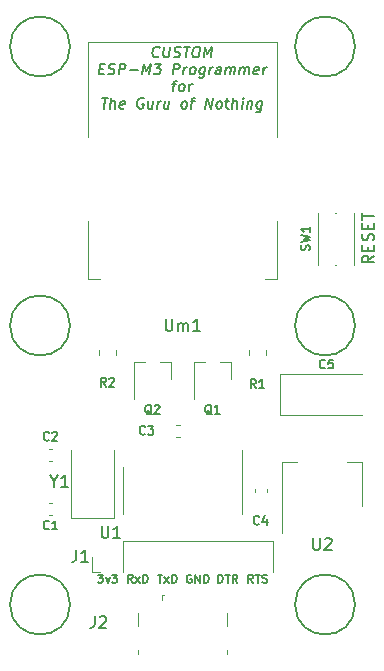
<source format=gbr>
%TF.GenerationSoftware,KiCad,Pcbnew,6.0.1+dfsg-1*%
%TF.CreationDate,2022-09-02T19:09:09-04:00*%
%TF.ProjectId,CH340-testing,43483334-302d-4746-9573-74696e672e6b,rev?*%
%TF.SameCoordinates,Original*%
%TF.FileFunction,Legend,Top*%
%TF.FilePolarity,Positive*%
%FSLAX46Y46*%
G04 Gerber Fmt 4.6, Leading zero omitted, Abs format (unit mm)*
G04 Created by KiCad (PCBNEW 6.0.1+dfsg-1) date 2022-09-02 19:09:09*
%MOMM*%
%LPD*%
G01*
G04 APERTURE LIST*
%ADD10C,0.150000*%
%ADD11C,0.120000*%
G04 APERTURE END LIST*
D10*
X164605000Y-113970000D02*
G75*
G03*
X164605000Y-113970000I-2540000J0D01*
G01*
X164605000Y-90348000D02*
G75*
G03*
X164605000Y-90348000I-2540000J0D01*
G01*
X140475000Y-113970000D02*
G75*
G03*
X140475000Y-113970000I-2540000J0D01*
G01*
X140475000Y-137592000D02*
G75*
G03*
X140475000Y-137592000I-2540000J0D01*
G01*
X164605000Y-137592000D02*
G75*
G03*
X164605000Y-137592000I-2540000J0D01*
G01*
X140475000Y-90348000D02*
G75*
G03*
X140475000Y-90348000I-2540000J0D01*
G01*
X166200380Y-108056380D02*
X165724190Y-108389714D01*
X166200380Y-108627809D02*
X165200380Y-108627809D01*
X165200380Y-108246857D01*
X165248000Y-108151619D01*
X165295619Y-108104000D01*
X165390857Y-108056380D01*
X165533714Y-108056380D01*
X165628952Y-108104000D01*
X165676571Y-108151619D01*
X165724190Y-108246857D01*
X165724190Y-108627809D01*
X165676571Y-107627809D02*
X165676571Y-107294476D01*
X166200380Y-107151619D02*
X166200380Y-107627809D01*
X165200380Y-107627809D01*
X165200380Y-107151619D01*
X166152761Y-106770666D02*
X166200380Y-106627809D01*
X166200380Y-106389714D01*
X166152761Y-106294476D01*
X166105142Y-106246857D01*
X166009904Y-106199238D01*
X165914666Y-106199238D01*
X165819428Y-106246857D01*
X165771809Y-106294476D01*
X165724190Y-106389714D01*
X165676571Y-106580190D01*
X165628952Y-106675428D01*
X165581333Y-106723047D01*
X165486095Y-106770666D01*
X165390857Y-106770666D01*
X165295619Y-106723047D01*
X165248000Y-106675428D01*
X165200380Y-106580190D01*
X165200380Y-106342095D01*
X165248000Y-106199238D01*
X165676571Y-105770666D02*
X165676571Y-105437333D01*
X166200380Y-105294476D02*
X166200380Y-105770666D01*
X165200380Y-105770666D01*
X165200380Y-105294476D01*
X165200380Y-105008761D02*
X165200380Y-104437333D01*
X166200380Y-104723047D02*
X165200380Y-104723047D01*
X155966666Y-135749666D02*
X155733333Y-135416333D01*
X155566666Y-135749666D02*
X155566666Y-135049666D01*
X155833333Y-135049666D01*
X155900000Y-135083000D01*
X155933333Y-135116333D01*
X155966666Y-135183000D01*
X155966666Y-135283000D01*
X155933333Y-135349666D01*
X155900000Y-135383000D01*
X155833333Y-135416333D01*
X155566666Y-135416333D01*
X156166666Y-135049666D02*
X156566666Y-135049666D01*
X156366666Y-135749666D02*
X156366666Y-135049666D01*
X156766666Y-135716333D02*
X156866666Y-135749666D01*
X157033333Y-135749666D01*
X157100000Y-135716333D01*
X157133333Y-135683000D01*
X157166666Y-135616333D01*
X157166666Y-135549666D01*
X157133333Y-135483000D01*
X157100000Y-135449666D01*
X157033333Y-135416333D01*
X156900000Y-135383000D01*
X156833333Y-135349666D01*
X156800000Y-135316333D01*
X156766666Y-135249666D01*
X156766666Y-135183000D01*
X156800000Y-135116333D01*
X156833333Y-135083000D01*
X156900000Y-135049666D01*
X157066666Y-135049666D01*
X157166666Y-135083000D01*
X142816666Y-135049666D02*
X143250000Y-135049666D01*
X143016666Y-135316333D01*
X143116666Y-135316333D01*
X143183333Y-135349666D01*
X143216666Y-135383000D01*
X143250000Y-135449666D01*
X143250000Y-135616333D01*
X143216666Y-135683000D01*
X143183333Y-135716333D01*
X143116666Y-135749666D01*
X142916666Y-135749666D01*
X142850000Y-135716333D01*
X142816666Y-135683000D01*
X143483333Y-135283000D02*
X143650000Y-135749666D01*
X143816666Y-135283000D01*
X144016666Y-135049666D02*
X144450000Y-135049666D01*
X144216666Y-135316333D01*
X144316666Y-135316333D01*
X144383333Y-135349666D01*
X144416666Y-135383000D01*
X144450000Y-135449666D01*
X144450000Y-135616333D01*
X144416666Y-135683000D01*
X144383333Y-135716333D01*
X144316666Y-135749666D01*
X144116666Y-135749666D01*
X144050000Y-135716333D01*
X144016666Y-135683000D01*
X150736666Y-135083000D02*
X150670000Y-135049666D01*
X150570000Y-135049666D01*
X150470000Y-135083000D01*
X150403333Y-135149666D01*
X150370000Y-135216333D01*
X150336666Y-135349666D01*
X150336666Y-135449666D01*
X150370000Y-135583000D01*
X150403333Y-135649666D01*
X150470000Y-135716333D01*
X150570000Y-135749666D01*
X150636666Y-135749666D01*
X150736666Y-135716333D01*
X150770000Y-135683000D01*
X150770000Y-135449666D01*
X150636666Y-135449666D01*
X151070000Y-135749666D02*
X151070000Y-135049666D01*
X151470000Y-135749666D01*
X151470000Y-135049666D01*
X151803333Y-135749666D02*
X151803333Y-135049666D01*
X151970000Y-135049666D01*
X152070000Y-135083000D01*
X152136666Y-135149666D01*
X152170000Y-135216333D01*
X152203333Y-135349666D01*
X152203333Y-135449666D01*
X152170000Y-135583000D01*
X152136666Y-135649666D01*
X152070000Y-135716333D01*
X151970000Y-135749666D01*
X151803333Y-135749666D01*
X145773333Y-135749666D02*
X145540000Y-135416333D01*
X145373333Y-135749666D02*
X145373333Y-135049666D01*
X145640000Y-135049666D01*
X145706666Y-135083000D01*
X145740000Y-135116333D01*
X145773333Y-135183000D01*
X145773333Y-135283000D01*
X145740000Y-135349666D01*
X145706666Y-135383000D01*
X145640000Y-135416333D01*
X145373333Y-135416333D01*
X146006666Y-135749666D02*
X146373333Y-135283000D01*
X146006666Y-135283000D02*
X146373333Y-135749666D01*
X146640000Y-135749666D02*
X146640000Y-135049666D01*
X146806666Y-135049666D01*
X146906666Y-135083000D01*
X146973333Y-135149666D01*
X147006666Y-135216333D01*
X147040000Y-135349666D01*
X147040000Y-135449666D01*
X147006666Y-135583000D01*
X146973333Y-135649666D01*
X146906666Y-135716333D01*
X146806666Y-135749666D01*
X146640000Y-135749666D01*
X147975508Y-91162928D02*
X147927294Y-91205785D01*
X147793366Y-91248642D01*
X147707651Y-91248642D01*
X147584437Y-91205785D01*
X147509437Y-91120071D01*
X147477294Y-91034357D01*
X147455866Y-90862928D01*
X147471937Y-90734357D01*
X147536223Y-90562928D01*
X147589794Y-90477214D01*
X147686223Y-90391500D01*
X147820151Y-90348642D01*
X147905866Y-90348642D01*
X148029080Y-90391500D01*
X148066580Y-90434357D01*
X148463008Y-90348642D02*
X148371937Y-91077214D01*
X148404080Y-91162928D01*
X148441580Y-91205785D01*
X148521937Y-91248642D01*
X148693366Y-91248642D01*
X148784437Y-91205785D01*
X148832651Y-91162928D01*
X148886223Y-91077214D01*
X148977294Y-90348642D01*
X149255866Y-91205785D02*
X149379080Y-91248642D01*
X149593366Y-91248642D01*
X149684437Y-91205785D01*
X149732651Y-91162928D01*
X149786223Y-91077214D01*
X149796937Y-90991500D01*
X149764794Y-90905785D01*
X149727294Y-90862928D01*
X149646937Y-90820071D01*
X149480866Y-90777214D01*
X149400508Y-90734357D01*
X149363008Y-90691500D01*
X149330866Y-90605785D01*
X149341580Y-90520071D01*
X149395151Y-90434357D01*
X149443366Y-90391500D01*
X149534437Y-90348642D01*
X149748723Y-90348642D01*
X149871937Y-90391500D01*
X150134437Y-90348642D02*
X150648723Y-90348642D01*
X150279080Y-91248642D02*
X150391580Y-90348642D01*
X151120151Y-90348642D02*
X151291580Y-90348642D01*
X151371937Y-90391500D01*
X151446937Y-90477214D01*
X151468366Y-90648642D01*
X151430866Y-90948642D01*
X151366580Y-91120071D01*
X151270151Y-91205785D01*
X151179080Y-91248642D01*
X151007651Y-91248642D01*
X150927294Y-91205785D01*
X150852294Y-91120071D01*
X150830866Y-90948642D01*
X150868366Y-90648642D01*
X150932651Y-90477214D01*
X151029080Y-90391500D01*
X151120151Y-90348642D01*
X151779080Y-91248642D02*
X151891580Y-90348642D01*
X152111223Y-90991500D01*
X152491580Y-90348642D01*
X152379080Y-91248642D01*
X142966580Y-92226214D02*
X143266580Y-92226214D01*
X143336223Y-92697642D02*
X142907651Y-92697642D01*
X143020151Y-91797642D01*
X143448723Y-91797642D01*
X143684437Y-92654785D02*
X143807651Y-92697642D01*
X144021937Y-92697642D01*
X144113008Y-92654785D01*
X144161223Y-92611928D01*
X144214794Y-92526214D01*
X144225508Y-92440500D01*
X144193366Y-92354785D01*
X144155866Y-92311928D01*
X144075508Y-92269071D01*
X143909437Y-92226214D01*
X143829080Y-92183357D01*
X143791580Y-92140500D01*
X143759437Y-92054785D01*
X143770151Y-91969071D01*
X143823723Y-91883357D01*
X143871937Y-91840500D01*
X143963008Y-91797642D01*
X144177294Y-91797642D01*
X144300508Y-91840500D01*
X144579080Y-92697642D02*
X144691580Y-91797642D01*
X145034437Y-91797642D01*
X145114794Y-91840500D01*
X145152294Y-91883357D01*
X145184437Y-91969071D01*
X145168366Y-92097642D01*
X145114794Y-92183357D01*
X145066580Y-92226214D01*
X144975508Y-92269071D01*
X144632651Y-92269071D01*
X145521937Y-92354785D02*
X146207651Y-92354785D01*
X146593366Y-92697642D02*
X146705866Y-91797642D01*
X146925508Y-92440500D01*
X147305866Y-91797642D01*
X147193366Y-92697642D01*
X147648723Y-91797642D02*
X148205866Y-91797642D01*
X147863008Y-92140500D01*
X147991580Y-92140500D01*
X148071937Y-92183357D01*
X148109437Y-92226214D01*
X148141580Y-92311928D01*
X148114794Y-92526214D01*
X148061223Y-92611928D01*
X148013008Y-92654785D01*
X147921937Y-92697642D01*
X147664794Y-92697642D01*
X147584437Y-92654785D01*
X147546937Y-92611928D01*
X149164794Y-92697642D02*
X149277294Y-91797642D01*
X149620151Y-91797642D01*
X149700508Y-91840500D01*
X149738008Y-91883357D01*
X149770151Y-91969071D01*
X149754080Y-92097642D01*
X149700508Y-92183357D01*
X149652294Y-92226214D01*
X149561223Y-92269071D01*
X149218366Y-92269071D01*
X150064794Y-92697642D02*
X150139794Y-92097642D01*
X150118366Y-92269071D02*
X150171937Y-92183357D01*
X150220151Y-92140500D01*
X150311223Y-92097642D01*
X150396937Y-92097642D01*
X150750508Y-92697642D02*
X150670151Y-92654785D01*
X150632651Y-92611928D01*
X150600508Y-92526214D01*
X150632651Y-92269071D01*
X150686223Y-92183357D01*
X150734437Y-92140500D01*
X150825508Y-92097642D01*
X150954080Y-92097642D01*
X151034437Y-92140500D01*
X151071937Y-92183357D01*
X151104080Y-92269071D01*
X151071937Y-92526214D01*
X151018366Y-92611928D01*
X150970151Y-92654785D01*
X150879080Y-92697642D01*
X150750508Y-92697642D01*
X151896937Y-92097642D02*
X151805866Y-92826214D01*
X151752294Y-92911928D01*
X151704080Y-92954785D01*
X151613008Y-92997642D01*
X151484437Y-92997642D01*
X151404080Y-92954785D01*
X151827294Y-92654785D02*
X151736223Y-92697642D01*
X151564794Y-92697642D01*
X151484437Y-92654785D01*
X151446937Y-92611928D01*
X151414794Y-92526214D01*
X151446937Y-92269071D01*
X151500508Y-92183357D01*
X151548723Y-92140500D01*
X151639794Y-92097642D01*
X151811223Y-92097642D01*
X151891580Y-92140500D01*
X152250508Y-92697642D02*
X152325508Y-92097642D01*
X152304080Y-92269071D02*
X152357651Y-92183357D01*
X152405866Y-92140500D01*
X152496937Y-92097642D01*
X152582651Y-92097642D01*
X153193366Y-92697642D02*
X153252294Y-92226214D01*
X153220151Y-92140500D01*
X153139794Y-92097642D01*
X152968366Y-92097642D01*
X152877294Y-92140500D01*
X153198723Y-92654785D02*
X153107651Y-92697642D01*
X152893366Y-92697642D01*
X152813008Y-92654785D01*
X152780866Y-92569071D01*
X152791580Y-92483357D01*
X152845151Y-92397642D01*
X152936223Y-92354785D01*
X153150508Y-92354785D01*
X153241580Y-92311928D01*
X153621937Y-92697642D02*
X153696937Y-92097642D01*
X153686223Y-92183357D02*
X153734437Y-92140500D01*
X153825508Y-92097642D01*
X153954080Y-92097642D01*
X154034437Y-92140500D01*
X154066580Y-92226214D01*
X154007651Y-92697642D01*
X154066580Y-92226214D02*
X154120151Y-92140500D01*
X154211223Y-92097642D01*
X154339794Y-92097642D01*
X154420151Y-92140500D01*
X154452294Y-92226214D01*
X154393366Y-92697642D01*
X154821937Y-92697642D02*
X154896937Y-92097642D01*
X154886223Y-92183357D02*
X154934437Y-92140500D01*
X155025508Y-92097642D01*
X155154080Y-92097642D01*
X155234437Y-92140500D01*
X155266580Y-92226214D01*
X155207651Y-92697642D01*
X155266580Y-92226214D02*
X155320151Y-92140500D01*
X155411223Y-92097642D01*
X155539794Y-92097642D01*
X155620151Y-92140500D01*
X155652294Y-92226214D01*
X155593366Y-92697642D01*
X156370151Y-92654785D02*
X156279080Y-92697642D01*
X156107651Y-92697642D01*
X156027294Y-92654785D01*
X155995151Y-92569071D01*
X156038008Y-92226214D01*
X156091580Y-92140500D01*
X156182651Y-92097642D01*
X156354080Y-92097642D01*
X156434437Y-92140500D01*
X156466580Y-92226214D01*
X156455866Y-92311928D01*
X156016580Y-92397642D01*
X156793366Y-92697642D02*
X156868366Y-92097642D01*
X156846937Y-92269071D02*
X156900508Y-92183357D01*
X156948723Y-92140500D01*
X157039794Y-92097642D01*
X157125508Y-92097642D01*
X149132651Y-93546642D02*
X149475508Y-93546642D01*
X149186223Y-94146642D02*
X149282651Y-93375214D01*
X149336223Y-93289500D01*
X149427294Y-93246642D01*
X149513008Y-93246642D01*
X149829080Y-94146642D02*
X149748723Y-94103785D01*
X149711223Y-94060928D01*
X149679080Y-93975214D01*
X149711223Y-93718071D01*
X149764794Y-93632357D01*
X149813008Y-93589500D01*
X149904080Y-93546642D01*
X150032651Y-93546642D01*
X150113008Y-93589500D01*
X150150508Y-93632357D01*
X150182651Y-93718071D01*
X150150508Y-93975214D01*
X150096937Y-94060928D01*
X150048723Y-94103785D01*
X149957651Y-94146642D01*
X149829080Y-94146642D01*
X150514794Y-94146642D02*
X150589794Y-93546642D01*
X150568366Y-93718071D02*
X150621937Y-93632357D01*
X150670151Y-93589500D01*
X150761223Y-93546642D01*
X150846937Y-93546642D01*
X143170151Y-94695642D02*
X143684437Y-94695642D01*
X143314794Y-95595642D02*
X143427294Y-94695642D01*
X143871937Y-95595642D02*
X143984437Y-94695642D01*
X144257651Y-95595642D02*
X144316580Y-95124214D01*
X144284437Y-95038500D01*
X144204080Y-94995642D01*
X144075508Y-94995642D01*
X143984437Y-95038500D01*
X143936223Y-95081357D01*
X145034437Y-95552785D02*
X144943366Y-95595642D01*
X144771937Y-95595642D01*
X144691580Y-95552785D01*
X144659437Y-95467071D01*
X144702294Y-95124214D01*
X144755866Y-95038500D01*
X144846937Y-94995642D01*
X145018366Y-94995642D01*
X145098723Y-95038500D01*
X145130866Y-95124214D01*
X145120151Y-95209928D01*
X144680866Y-95295642D01*
X146721937Y-94738500D02*
X146641580Y-94695642D01*
X146513008Y-94695642D01*
X146379080Y-94738500D01*
X146282651Y-94824214D01*
X146229080Y-94909928D01*
X146164794Y-95081357D01*
X146148723Y-95209928D01*
X146170151Y-95381357D01*
X146202294Y-95467071D01*
X146277294Y-95552785D01*
X146400508Y-95595642D01*
X146486223Y-95595642D01*
X146620151Y-95552785D01*
X146668366Y-95509928D01*
X146705866Y-95209928D01*
X146534437Y-95209928D01*
X147504080Y-94995642D02*
X147429080Y-95595642D01*
X147118366Y-94995642D02*
X147059437Y-95467071D01*
X147091580Y-95552785D01*
X147171937Y-95595642D01*
X147300508Y-95595642D01*
X147391580Y-95552785D01*
X147439794Y-95509928D01*
X147857651Y-95595642D02*
X147932651Y-94995642D01*
X147911223Y-95167071D02*
X147964794Y-95081357D01*
X148013008Y-95038500D01*
X148104080Y-94995642D01*
X148189794Y-94995642D01*
X148875508Y-94995642D02*
X148800508Y-95595642D01*
X148489794Y-94995642D02*
X148430866Y-95467071D01*
X148463008Y-95552785D01*
X148543366Y-95595642D01*
X148671937Y-95595642D01*
X148763008Y-95552785D01*
X148811223Y-95509928D01*
X150043366Y-95595642D02*
X149963008Y-95552785D01*
X149925508Y-95509928D01*
X149893366Y-95424214D01*
X149925508Y-95167071D01*
X149979080Y-95081357D01*
X150027294Y-95038500D01*
X150118366Y-94995642D01*
X150246937Y-94995642D01*
X150327294Y-95038500D01*
X150364794Y-95081357D01*
X150396937Y-95167071D01*
X150364794Y-95424214D01*
X150311223Y-95509928D01*
X150263008Y-95552785D01*
X150171937Y-95595642D01*
X150043366Y-95595642D01*
X150675508Y-94995642D02*
X151018366Y-94995642D01*
X150729080Y-95595642D02*
X150825508Y-94824214D01*
X150879080Y-94738500D01*
X150970151Y-94695642D01*
X151055866Y-94695642D01*
X151929080Y-95595642D02*
X152041580Y-94695642D01*
X152443366Y-95595642D01*
X152555866Y-94695642D01*
X153000508Y-95595642D02*
X152920151Y-95552785D01*
X152882651Y-95509928D01*
X152850508Y-95424214D01*
X152882651Y-95167071D01*
X152936223Y-95081357D01*
X152984437Y-95038500D01*
X153075508Y-94995642D01*
X153204080Y-94995642D01*
X153284437Y-95038500D01*
X153321937Y-95081357D01*
X153354080Y-95167071D01*
X153321937Y-95424214D01*
X153268366Y-95509928D01*
X153220151Y-95552785D01*
X153129080Y-95595642D01*
X153000508Y-95595642D01*
X153632651Y-94995642D02*
X153975508Y-94995642D01*
X153798723Y-94695642D02*
X153702294Y-95467071D01*
X153734437Y-95552785D01*
X153814794Y-95595642D01*
X153900508Y-95595642D01*
X154200508Y-95595642D02*
X154313008Y-94695642D01*
X154586223Y-95595642D02*
X154645151Y-95124214D01*
X154613008Y-95038500D01*
X154532651Y-94995642D01*
X154404080Y-94995642D01*
X154313008Y-95038500D01*
X154264794Y-95081357D01*
X155014794Y-95595642D02*
X155089794Y-94995642D01*
X155127294Y-94695642D02*
X155079080Y-94738500D01*
X155116580Y-94781357D01*
X155164794Y-94738500D01*
X155127294Y-94695642D01*
X155116580Y-94781357D01*
X155518366Y-94995642D02*
X155443366Y-95595642D01*
X155507651Y-95081357D02*
X155555866Y-95038500D01*
X155646937Y-94995642D01*
X155775508Y-94995642D01*
X155855866Y-95038500D01*
X155888008Y-95124214D01*
X155829080Y-95595642D01*
X156718366Y-94995642D02*
X156627294Y-95724214D01*
X156573723Y-95809928D01*
X156525508Y-95852785D01*
X156434437Y-95895642D01*
X156305866Y-95895642D01*
X156225508Y-95852785D01*
X156648723Y-95552785D02*
X156557651Y-95595642D01*
X156386223Y-95595642D01*
X156305866Y-95552785D01*
X156268366Y-95509928D01*
X156236223Y-95424214D01*
X156268366Y-95167071D01*
X156321937Y-95081357D01*
X156370151Y-95038500D01*
X156461223Y-94995642D01*
X156632651Y-94995642D01*
X156713008Y-95038500D01*
X147896666Y-135049666D02*
X148296666Y-135049666D01*
X148096666Y-135749666D02*
X148096666Y-135049666D01*
X148463333Y-135749666D02*
X148830000Y-135283000D01*
X148463333Y-135283000D02*
X148830000Y-135749666D01*
X149096666Y-135749666D02*
X149096666Y-135049666D01*
X149263333Y-135049666D01*
X149363333Y-135083000D01*
X149430000Y-135149666D01*
X149463333Y-135216333D01*
X149496666Y-135349666D01*
X149496666Y-135449666D01*
X149463333Y-135583000D01*
X149430000Y-135649666D01*
X149363333Y-135716333D01*
X149263333Y-135749666D01*
X149096666Y-135749666D01*
X153010000Y-135749666D02*
X153010000Y-135049666D01*
X153176666Y-135049666D01*
X153276666Y-135083000D01*
X153343333Y-135149666D01*
X153376666Y-135216333D01*
X153410000Y-135349666D01*
X153410000Y-135449666D01*
X153376666Y-135583000D01*
X153343333Y-135649666D01*
X153276666Y-135716333D01*
X153176666Y-135749666D01*
X153010000Y-135749666D01*
X153610000Y-135049666D02*
X154010000Y-135049666D01*
X153810000Y-135749666D02*
X153810000Y-135049666D01*
X154643333Y-135749666D02*
X154410000Y-135416333D01*
X154243333Y-135749666D02*
X154243333Y-135049666D01*
X154510000Y-135049666D01*
X154576666Y-135083000D01*
X154610000Y-135116333D01*
X154643333Y-135183000D01*
X154643333Y-135283000D01*
X154610000Y-135349666D01*
X154576666Y-135383000D01*
X154510000Y-135416333D01*
X154243333Y-135416333D01*
%TO.C,C2*%
X138699000Y-123635857D02*
X138663285Y-123671571D01*
X138556142Y-123707285D01*
X138484714Y-123707285D01*
X138377571Y-123671571D01*
X138306142Y-123600142D01*
X138270428Y-123528714D01*
X138234714Y-123385857D01*
X138234714Y-123278714D01*
X138270428Y-123135857D01*
X138306142Y-123064428D01*
X138377571Y-122993000D01*
X138484714Y-122957285D01*
X138556142Y-122957285D01*
X138663285Y-122993000D01*
X138699000Y-123028714D01*
X138984714Y-123028714D02*
X139020428Y-122993000D01*
X139091857Y-122957285D01*
X139270428Y-122957285D01*
X139341857Y-122993000D01*
X139377571Y-123028714D01*
X139413285Y-123100142D01*
X139413285Y-123171571D01*
X139377571Y-123278714D01*
X138949000Y-123707285D01*
X139413285Y-123707285D01*
%TO.C,C5*%
X162067000Y-117529857D02*
X162031285Y-117565571D01*
X161924142Y-117601285D01*
X161852714Y-117601285D01*
X161745571Y-117565571D01*
X161674142Y-117494142D01*
X161638428Y-117422714D01*
X161602714Y-117279857D01*
X161602714Y-117172714D01*
X161638428Y-117029857D01*
X161674142Y-116958428D01*
X161745571Y-116887000D01*
X161852714Y-116851285D01*
X161924142Y-116851285D01*
X162031285Y-116887000D01*
X162067000Y-116922714D01*
X162745571Y-116851285D02*
X162388428Y-116851285D01*
X162352714Y-117208428D01*
X162388428Y-117172714D01*
X162459857Y-117137000D01*
X162638428Y-117137000D01*
X162709857Y-117172714D01*
X162745571Y-117208428D01*
X162781285Y-117279857D01*
X162781285Y-117458428D01*
X162745571Y-117529857D01*
X162709857Y-117565571D01*
X162638428Y-117601285D01*
X162459857Y-117601285D01*
X162388428Y-117565571D01*
X162352714Y-117529857D01*
%TO.C,SW1*%
X160742765Y-107604000D02*
X160778479Y-107496857D01*
X160778479Y-107318285D01*
X160742765Y-107246857D01*
X160707051Y-107211142D01*
X160635622Y-107175428D01*
X160564194Y-107175428D01*
X160492765Y-107211142D01*
X160457051Y-107246857D01*
X160421336Y-107318285D01*
X160385622Y-107461142D01*
X160349908Y-107532571D01*
X160314194Y-107568285D01*
X160242765Y-107604000D01*
X160171336Y-107604000D01*
X160099908Y-107568285D01*
X160064194Y-107532571D01*
X160028479Y-107461142D01*
X160028479Y-107282571D01*
X160064194Y-107175428D01*
X160028479Y-106925428D02*
X160778479Y-106746857D01*
X160242765Y-106604000D01*
X160778479Y-106461142D01*
X160028479Y-106282571D01*
X160778479Y-105604000D02*
X160778479Y-106032571D01*
X160778479Y-105818285D02*
X160028479Y-105818285D01*
X160135622Y-105889714D01*
X160207051Y-105961142D01*
X160242765Y-106032571D01*
%TO.C,R2*%
X143525000Y-119135285D02*
X143275000Y-118778142D01*
X143096428Y-119135285D02*
X143096428Y-118385285D01*
X143382142Y-118385285D01*
X143453571Y-118421000D01*
X143489285Y-118456714D01*
X143525000Y-118528142D01*
X143525000Y-118635285D01*
X143489285Y-118706714D01*
X143453571Y-118742428D01*
X143382142Y-118778142D01*
X143096428Y-118778142D01*
X143810714Y-118456714D02*
X143846428Y-118421000D01*
X143917857Y-118385285D01*
X144096428Y-118385285D01*
X144167857Y-118421000D01*
X144203571Y-118456714D01*
X144239285Y-118528142D01*
X144239285Y-118599571D01*
X144203571Y-118706714D01*
X143775000Y-119135285D01*
X144239285Y-119135285D01*
%TO.C,Y1*%
X139103809Y-127154189D02*
X139103809Y-127630379D01*
X138770476Y-126630379D02*
X139103809Y-127154189D01*
X139437142Y-126630379D01*
X140294285Y-127630379D02*
X139722857Y-127630379D01*
X140008571Y-127630379D02*
X140008571Y-126630379D01*
X139913333Y-126773237D01*
X139818095Y-126868475D01*
X139722857Y-126916094D01*
%TO.C,Q1*%
X152468571Y-121492714D02*
X152397142Y-121457000D01*
X152325714Y-121385571D01*
X152218571Y-121278428D01*
X152147142Y-121242714D01*
X152075714Y-121242714D01*
X152111428Y-121421285D02*
X152040000Y-121385571D01*
X151968571Y-121314142D01*
X151932857Y-121171285D01*
X151932857Y-120921285D01*
X151968571Y-120778428D01*
X152040000Y-120707000D01*
X152111428Y-120671285D01*
X152254285Y-120671285D01*
X152325714Y-120707000D01*
X152397142Y-120778428D01*
X152432857Y-120921285D01*
X152432857Y-121171285D01*
X152397142Y-121314142D01*
X152325714Y-121385571D01*
X152254285Y-121421285D01*
X152111428Y-121421285D01*
X153147142Y-121421285D02*
X152718571Y-121421285D01*
X152932857Y-121421285D02*
X152932857Y-120671285D01*
X152861428Y-120778428D01*
X152790000Y-120849857D01*
X152718571Y-120885571D01*
%TO.C,J2*%
X142554666Y-138568380D02*
X142554666Y-139282666D01*
X142507047Y-139425523D01*
X142411809Y-139520761D01*
X142268952Y-139568380D01*
X142173714Y-139568380D01*
X142983238Y-138663619D02*
X143030857Y-138616000D01*
X143126095Y-138568380D01*
X143364190Y-138568380D01*
X143459428Y-138616000D01*
X143507047Y-138663619D01*
X143554666Y-138758857D01*
X143554666Y-138854095D01*
X143507047Y-138996952D01*
X142935619Y-139568380D01*
X143554666Y-139568380D01*
%TO.C,C4*%
X156479000Y-130747857D02*
X156443285Y-130783571D01*
X156336142Y-130819285D01*
X156264714Y-130819285D01*
X156157571Y-130783571D01*
X156086142Y-130712142D01*
X156050428Y-130640714D01*
X156014714Y-130497857D01*
X156014714Y-130390714D01*
X156050428Y-130247857D01*
X156086142Y-130176428D01*
X156157571Y-130105000D01*
X156264714Y-130069285D01*
X156336142Y-130069285D01*
X156443285Y-130105000D01*
X156479000Y-130140714D01*
X157121857Y-130319285D02*
X157121857Y-130819285D01*
X156943285Y-130033571D02*
X156764714Y-130569285D01*
X157229000Y-130569285D01*
%TO.C,U1*%
X143142095Y-130948380D02*
X143142095Y-131757904D01*
X143189714Y-131853142D01*
X143237333Y-131900761D01*
X143332571Y-131948380D01*
X143523047Y-131948380D01*
X143618285Y-131900761D01*
X143665904Y-131853142D01*
X143713523Y-131757904D01*
X143713523Y-130948380D01*
X144713523Y-131948380D02*
X144142095Y-131948380D01*
X144427809Y-131948380D02*
X144427809Y-130948380D01*
X144332571Y-131091238D01*
X144237333Y-131186476D01*
X144142095Y-131234095D01*
%TO.C,J1*%
X140986666Y-132980380D02*
X140986666Y-133694666D01*
X140939047Y-133837523D01*
X140843809Y-133932761D01*
X140700952Y-133980380D01*
X140605714Y-133980380D01*
X141986666Y-133980380D02*
X141415238Y-133980380D01*
X141700952Y-133980380D02*
X141700952Y-132980380D01*
X141605714Y-133123238D01*
X141510476Y-133218476D01*
X141415238Y-133266095D01*
%TO.C,Q2*%
X147388571Y-121492714D02*
X147317142Y-121457000D01*
X147245714Y-121385571D01*
X147138571Y-121278428D01*
X147067142Y-121242714D01*
X146995714Y-121242714D01*
X147031428Y-121421285D02*
X146960000Y-121385571D01*
X146888571Y-121314142D01*
X146852857Y-121171285D01*
X146852857Y-120921285D01*
X146888571Y-120778428D01*
X146960000Y-120707000D01*
X147031428Y-120671285D01*
X147174285Y-120671285D01*
X147245714Y-120707000D01*
X147317142Y-120778428D01*
X147352857Y-120921285D01*
X147352857Y-121171285D01*
X147317142Y-121314142D01*
X147245714Y-121385571D01*
X147174285Y-121421285D01*
X147031428Y-121421285D01*
X147638571Y-120742714D02*
X147674285Y-120707000D01*
X147745714Y-120671285D01*
X147924285Y-120671285D01*
X147995714Y-120707000D01*
X148031428Y-120742714D01*
X148067142Y-120814142D01*
X148067142Y-120885571D01*
X148031428Y-120992714D01*
X147602857Y-121421285D01*
X148067142Y-121421285D01*
%TO.C,C1*%
X138699000Y-131161857D02*
X138663285Y-131197571D01*
X138556142Y-131233285D01*
X138484714Y-131233285D01*
X138377571Y-131197571D01*
X138306142Y-131126142D01*
X138270428Y-131054714D01*
X138234714Y-130911857D01*
X138234714Y-130804714D01*
X138270428Y-130661857D01*
X138306142Y-130590428D01*
X138377571Y-130519000D01*
X138484714Y-130483285D01*
X138556142Y-130483285D01*
X138663285Y-130519000D01*
X138699000Y-130554714D01*
X139413285Y-131233285D02*
X138984714Y-131233285D01*
X139199000Y-131233285D02*
X139199000Y-130483285D01*
X139127571Y-130590428D01*
X139056142Y-130661857D01*
X138984714Y-130697571D01*
%TO.C,U2*%
X161049095Y-131964380D02*
X161049095Y-132773904D01*
X161096714Y-132869142D01*
X161144333Y-132916761D01*
X161239571Y-132964380D01*
X161430047Y-132964380D01*
X161525285Y-132916761D01*
X161572904Y-132869142D01*
X161620523Y-132773904D01*
X161620523Y-131964380D01*
X162049095Y-132059619D02*
X162096714Y-132012000D01*
X162191952Y-131964380D01*
X162430047Y-131964380D01*
X162525285Y-132012000D01*
X162572904Y-132059619D01*
X162620523Y-132154857D01*
X162620523Y-132250095D01*
X162572904Y-132392952D01*
X162001476Y-132964380D01*
X162620523Y-132964380D01*
%TO.C,C3*%
X146827000Y-123127857D02*
X146791285Y-123163571D01*
X146684142Y-123199285D01*
X146612714Y-123199285D01*
X146505571Y-123163571D01*
X146434142Y-123092142D01*
X146398428Y-123020714D01*
X146362714Y-122877857D01*
X146362714Y-122770714D01*
X146398428Y-122627857D01*
X146434142Y-122556428D01*
X146505571Y-122485000D01*
X146612714Y-122449285D01*
X146684142Y-122449285D01*
X146791285Y-122485000D01*
X146827000Y-122520714D01*
X147077000Y-122449285D02*
X147541285Y-122449285D01*
X147291285Y-122735000D01*
X147398428Y-122735000D01*
X147469857Y-122770714D01*
X147505571Y-122806428D01*
X147541285Y-122877857D01*
X147541285Y-123056428D01*
X147505571Y-123127857D01*
X147469857Y-123163571D01*
X147398428Y-123199285D01*
X147184142Y-123199285D01*
X147112714Y-123163571D01*
X147077000Y-123127857D01*
%TO.C,Um1*%
X148571428Y-113422380D02*
X148571428Y-114231904D01*
X148619047Y-114327142D01*
X148666666Y-114374761D01*
X148761904Y-114422380D01*
X148952380Y-114422380D01*
X149047619Y-114374761D01*
X149095238Y-114327142D01*
X149142857Y-114231904D01*
X149142857Y-113422380D01*
X149619047Y-114422380D02*
X149619047Y-113755714D01*
X149619047Y-113850952D02*
X149666666Y-113803333D01*
X149761904Y-113755714D01*
X149904761Y-113755714D01*
X150000000Y-113803333D01*
X150047619Y-113898571D01*
X150047619Y-114422380D01*
X150047619Y-113898571D02*
X150095238Y-113803333D01*
X150190476Y-113755714D01*
X150333333Y-113755714D01*
X150428571Y-113803333D01*
X150476190Y-113898571D01*
X150476190Y-114422380D01*
X151476190Y-114422380D02*
X150904761Y-114422380D01*
X151190476Y-114422380D02*
X151190476Y-113422380D01*
X151095238Y-113565238D01*
X151000000Y-113660476D01*
X150904761Y-113708095D01*
%TO.C,R1*%
X156225000Y-119262285D02*
X155975000Y-118905142D01*
X155796428Y-119262285D02*
X155796428Y-118512285D01*
X156082142Y-118512285D01*
X156153571Y-118548000D01*
X156189285Y-118583714D01*
X156225000Y-118655142D01*
X156225000Y-118762285D01*
X156189285Y-118833714D01*
X156153571Y-118869428D01*
X156082142Y-118905142D01*
X155796428Y-118905142D01*
X156939285Y-119262285D02*
X156510714Y-119262285D01*
X156725000Y-119262285D02*
X156725000Y-118512285D01*
X156653571Y-118619428D01*
X156582142Y-118690857D01*
X156510714Y-118726571D01*
D11*
%TO.C,C2*%
X138970267Y-125402000D02*
X138677733Y-125402000D01*
X138970267Y-124382000D02*
X138677733Y-124382000D01*
%TO.C,C5*%
X165192000Y-118102000D02*
X158257000Y-118102000D01*
X158257000Y-118102000D02*
X158257000Y-121522000D01*
X158257000Y-121522000D02*
X165192000Y-121522000D01*
%TO.C,SW1*%
X163029194Y-108804000D02*
X162929194Y-108804000D01*
X161429194Y-104404000D02*
X161429194Y-108804000D01*
X163029194Y-104404000D02*
X162929194Y-104404000D01*
X164529194Y-108804000D02*
X164529194Y-104404000D01*
%TO.C,R2*%
X142915000Y-116483064D02*
X142915000Y-116028936D01*
X144385000Y-116483064D02*
X144385000Y-116028936D01*
%TO.C,Y1*%
X144180000Y-130227999D02*
X144180000Y-124477999D01*
X140580000Y-130227999D02*
X144180000Y-130227999D01*
X140580000Y-124477999D02*
X140580000Y-130227999D01*
%TO.C,Q1*%
X150960000Y-117020000D02*
X150960000Y-120180000D01*
X150960000Y-117020000D02*
X151890000Y-117020000D01*
X154120000Y-117020000D02*
X154120000Y-118480000D01*
X154120000Y-117020000D02*
X153190000Y-117020000D01*
%TO.C,J2*%
X146240000Y-139436000D02*
X146240000Y-138316000D01*
X146240000Y-141806000D02*
X146240000Y-141406000D01*
X153760000Y-139436000D02*
X153760000Y-138316000D01*
X148240000Y-137226000D02*
X148240000Y-136776000D01*
X153760000Y-141406000D02*
X153760000Y-141806000D01*
X148440000Y-136776000D02*
X148240000Y-136776000D01*
%TO.C,C4*%
X156094000Y-128086267D02*
X156094000Y-127793733D01*
X157114000Y-128086267D02*
X157114000Y-127793733D01*
%TO.C,U1*%
X144940000Y-127940000D02*
X144940000Y-129890000D01*
X144940000Y-127940000D02*
X144940000Y-125990000D01*
X155060000Y-127940000D02*
X155060000Y-129890000D01*
X155060000Y-127940000D02*
X155060000Y-124490000D01*
%TO.C,J1*%
X144920000Y-132198000D02*
X157680000Y-132198000D01*
X142320000Y-134858000D02*
X142320000Y-133528000D01*
X144920000Y-134858000D02*
X144920000Y-132198000D01*
X143015000Y-134858000D02*
X142320000Y-134858000D01*
X157680000Y-134858000D02*
X157680000Y-132198000D01*
%TO.C,Q2*%
X145880000Y-117020000D02*
X145880000Y-120180000D01*
X149040000Y-117020000D02*
X148110000Y-117020000D01*
X145880000Y-117020000D02*
X146810000Y-117020000D01*
X149040000Y-117020000D02*
X149040000Y-118480000D01*
%TO.C,C1*%
X138970267Y-129974000D02*
X138677733Y-129974000D01*
X138970267Y-128954000D02*
X138677733Y-128954000D01*
%TO.C,U2*%
X165221000Y-129282000D02*
X165221000Y-125522000D01*
X158401000Y-125522000D02*
X159661000Y-125522000D01*
X165221000Y-125522000D02*
X163961000Y-125522000D01*
X158401000Y-131532000D02*
X158401000Y-125522000D01*
%TO.C,C3*%
X149743767Y-122350000D02*
X149451233Y-122350000D01*
X149743767Y-123370000D02*
X149451233Y-123370000D01*
%TO.C,Um1*%
X158000000Y-98000000D02*
X158000000Y-90000000D01*
X142000000Y-90000000D02*
X142000000Y-98000000D01*
X142000000Y-105080000D02*
X142000000Y-110000000D01*
X158000000Y-90000000D02*
X142000000Y-90000000D01*
X158000000Y-105080000D02*
X158000000Y-110000000D01*
X158000000Y-110000000D02*
X156985000Y-110000000D01*
X142000000Y-110000000D02*
X143015000Y-110000000D01*
%TO.C,R1*%
X155615000Y-116483064D02*
X155615000Y-116028936D01*
X157085000Y-116483064D02*
X157085000Y-116028936D01*
%TD*%
M02*

</source>
